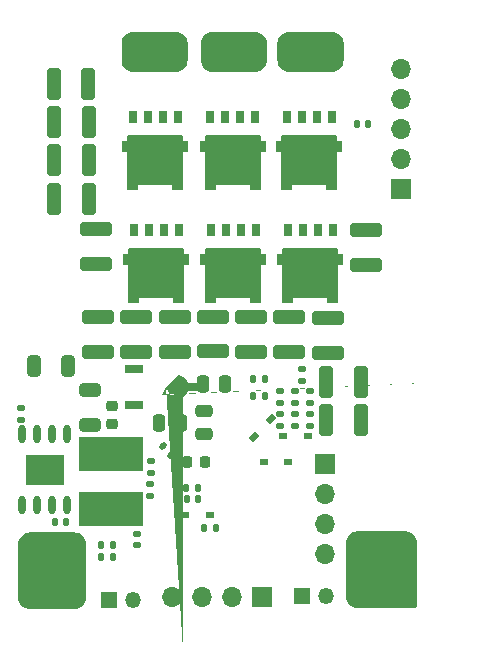
<source format=gts>
G04 #@! TF.GenerationSoftware,KiCad,Pcbnew,8.0.4*
G04 #@! TF.CreationDate,2024-09-18T18:28:33+10:00*
G04 #@! TF.ProjectId,ESC,4553432e-6b69-4636-9164-5f7063625858,rev?*
G04 #@! TF.SameCoordinates,Original*
G04 #@! TF.FileFunction,Soldermask,Top*
G04 #@! TF.FilePolarity,Negative*
%FSLAX46Y46*%
G04 Gerber Fmt 4.6, Leading zero omitted, Abs format (unit mm)*
G04 Created by KiCad (PCBNEW 8.0.4) date 2024-09-18 18:28:33*
%MOMM*%
%LPD*%
G01*
G04 APERTURE LIST*
G04 Aperture macros list*
%AMRoundRect*
0 Rectangle with rounded corners*
0 $1 Rounding radius*
0 $2 $3 $4 $5 $6 $7 $8 $9 X,Y pos of 4 corners*
0 Add a 4 corners polygon primitive as box body*
4,1,4,$2,$3,$4,$5,$6,$7,$8,$9,$2,$3,0*
0 Add four circle primitives for the rounded corners*
1,1,$1+$1,$2,$3*
1,1,$1+$1,$4,$5*
1,1,$1+$1,$6,$7*
1,1,$1+$1,$8,$9*
0 Add four rect primitives between the rounded corners*
20,1,$1+$1,$2,$3,$4,$5,0*
20,1,$1+$1,$4,$5,$6,$7,0*
20,1,$1+$1,$6,$7,$8,$9,0*
20,1,$1+$1,$8,$9,$2,$3,0*%
%AMRotRect*
0 Rectangle, with rotation*
0 The origin of the aperture is its center*
0 $1 length*
0 $2 width*
0 $3 Rotation angle, in degrees counterclockwise*
0 Add horizontal line*
21,1,$1,$2,0,0,$3*%
%AMFreePoly0*
4,1,37,-1.494645,2.535355,-1.480000,2.500000,-1.480000,2.080000,1.480000,2.080000,1.480000,2.500000,1.494645,2.535355,1.530000,2.550000,2.280000,2.550000,2.315355,2.535355,2.330000,2.500000,2.330000,-0.650000,2.750000,-0.650000,2.785355,-0.664645,2.800000,-0.700000,2.800000,-1.600000,2.785355,-1.635355,2.750000,-1.650000,2.330000,-1.650000,2.330000,-2.030000,2.315355,-2.065355,
2.280000,-2.080000,-2.280000,-2.080000,-2.315355,-2.065355,-2.330000,-2.030000,-2.330000,-1.650000,-2.760000,-1.650000,-2.795355,-1.635355,-2.810000,-1.600000,-2.810000,-0.700000,-2.795355,-0.664645,-2.760000,-0.650000,-2.330000,-0.650000,-2.330000,2.500000,-2.315355,2.535355,-2.280000,2.550000,-1.530000,2.550000,-1.494645,2.535355,-1.494645,2.535355,$1*%
%AMFreePoly1*
4,1,149,1.029806,0.999029,1.079806,0.989029,1.082127,0.988507,1.120971,0.978796,1.169806,0.969029,1.172127,0.968507,1.252127,0.948507,1.262361,0.944721,1.297451,0.927176,1.332127,0.918507,1.342361,0.914721,1.422361,0.874721,1.430000,0.870000,1.466394,0.842704,1.502361,0.824721,1.515355,0.815355,1.542840,0.787870,1.580000,0.760000,1.585355,0.755355,1.705355,0.635355,
1.710000,0.630000,1.737870,0.592840,1.765355,0.565355,1.774721,0.552361,1.834721,0.432361,1.838507,0.422127,1.849039,0.380000,3.510000,0.380000,3.545355,0.365355,3.560000,0.330000,3.560000,-0.330000,3.545355,-0.365355,3.510000,-0.380000,1.849039,-0.380000,1.838507,-0.422127,1.834721,-0.432361,1.774721,-0.552361,1.765355,-0.565355,1.737870,-0.592840,1.710000,-0.630000,
1.705355,-0.635355,1.647870,-0.692840,1.620000,-0.730000,1.607735,-0.741603,1.578884,-0.760837,1.542840,-0.787870,1.515355,-0.815355,1.502361,-0.824721,1.466394,-0.842704,1.430000,-0.870000,1.422361,-0.874721,1.342361,-0.914721,1.332127,-0.918507,1.297451,-0.927176,1.262361,-0.944721,1.252127,-0.948507,1.172127,-0.968507,1.169806,-0.969029,1.120971,-0.978796,1.082127,-0.988507,
1.079806,-0.989029,1.029806,-0.999029,1.020000,-1.000000,-1.010000,-1.000000,-1.022127,-0.998507,-1.060971,-0.988796,-1.109806,-0.979029,-1.112127,-0.978507,-1.190971,-0.958796,-1.239806,-0.949029,-1.252361,-0.944721,-1.287451,-0.927176,-1.322127,-0.918507,-1.332361,-0.914721,-1.412361,-0.874721,-1.420000,-0.870000,-1.458884,-0.840837,-1.487735,-0.821603,-1.490000,-0.820000,-1.530000,-0.790000,
-1.535355,-0.785355,-1.559617,-0.761093,-1.592361,-0.744721,-1.610000,-0.730000,-1.637870,-0.692840,-1.695355,-0.635355,-1.700000,-0.630000,-1.730000,-0.590000,-1.731603,-0.587735,-1.751603,-0.557735,-1.754721,-0.552361,-1.772704,-0.516394,-1.800000,-0.480000,-1.804721,-0.472361,-1.844721,-0.392361,-1.848507,-0.382127,-1.857176,-0.347451,-1.874721,-0.312361,-1.879029,-0.299806,-1.888796,-0.250971,
-1.908507,-0.172127,-1.910000,-0.160000,-1.910000,-0.116155,-1.918507,-0.082127,-1.920000,-0.070000,-1.920000,0.070000,-1.918507,0.082127,-1.910000,0.116155,-1.910000,0.150000,-1.909029,0.159806,-1.899029,0.209806,-1.898507,0.212127,-1.878507,0.292127,-1.876424,0.298570,-1.857683,0.345421,-1.848507,0.382127,-1.844721,0.392361,-1.804721,0.472361,-1.800000,0.480000,-1.772704,0.516394,
-1.754721,0.552361,-1.751603,0.557735,-1.731603,0.587735,-1.730000,0.590000,-1.700000,0.630000,-1.695355,0.635355,-1.605355,0.725355,-1.600000,0.730000,-1.562840,0.757870,-1.535355,0.785355,-1.530000,0.790000,-1.490000,0.820000,-1.487735,0.821603,-1.458884,0.840837,-1.420000,0.870000,-1.412361,0.874721,-1.332361,0.914721,-1.322127,0.918507,-1.287451,0.927176,-1.252361,0.944721,
-1.239806,0.949029,-1.190971,0.958796,-1.112127,0.978507,-1.109806,0.979029,-1.060971,0.988796,-1.022127,0.998507,-1.010000,1.000000,1.020000,1.000000,1.029806,0.999029,1.029806,0.999029,$1*%
G04 Aperture macros list end*
%ADD10R,1.700000X1.700000*%
%ADD11O,1.700000X1.700000*%
%ADD12R,0.750000X1.000000*%
%ADD13FreePoly0,180.000000*%
%ADD14RoundRect,0.135000X0.185000X-0.135000X0.185000X0.135000X-0.185000X0.135000X-0.185000X-0.135000X0*%
%ADD15R,5.500000X3.000000*%
%ADD16RoundRect,0.135000X-0.135000X-0.185000X0.135000X-0.185000X0.135000X0.185000X-0.135000X0.185000X0*%
%ADD17RoundRect,0.250000X-1.100000X0.325000X-1.100000X-0.325000X1.100000X-0.325000X1.100000X0.325000X0*%
%ADD18RoundRect,0.140000X-0.140000X-0.170000X0.140000X-0.170000X0.140000X0.170000X-0.140000X0.170000X0*%
%ADD19RoundRect,0.250000X-0.250000X-0.475000X0.250000X-0.475000X0.250000X0.475000X-0.250000X0.475000X0*%
%ADD20O,0.600000X1.600000*%
%ADD21R,3.200000X2.500000*%
%ADD22R,1.580000X0.670000*%
%ADD23FreePoly1,180.000000*%
%ADD24RoundRect,0.250000X-0.325000X-0.650000X0.325000X-0.650000X0.325000X0.650000X-0.325000X0.650000X0*%
%ADD25R,0.780000X0.500000*%
%ADD26RoundRect,0.140000X0.219203X0.021213X0.021213X0.219203X-0.219203X-0.021213X-0.021213X-0.219203X0*%
%ADD27RoundRect,0.250000X1.100000X-0.325000X1.100000X0.325000X-1.100000X0.325000X-1.100000X-0.325000X0*%
%ADD28RoundRect,0.225000X-0.225000X-0.250000X0.225000X-0.250000X0.225000X0.250000X-0.225000X0.250000X0*%
%ADD29RoundRect,0.250000X0.325000X1.100000X-0.325000X1.100000X-0.325000X-1.100000X0.325000X-1.100000X0*%
%ADD30RoundRect,0.135000X-0.185000X0.135000X-0.185000X-0.135000X0.185000X-0.135000X0.185000X0.135000X0*%
%ADD31RoundRect,0.250000X-0.325000X-1.100000X0.325000X-1.100000X0.325000X1.100000X-0.325000X1.100000X0*%
%ADD32RoundRect,0.225000X-0.250000X0.225000X-0.250000X-0.225000X0.250000X-0.225000X0.250000X0.225000X0*%
%ADD33RoundRect,0.250000X-0.650000X0.325000X-0.650000X-0.325000X0.650000X-0.325000X0.650000X0.325000X0*%
%ADD34R,1.350000X1.350000*%
%ADD35O,1.350000X1.350000*%
%ADD36RoundRect,0.140000X-0.170000X0.140000X-0.170000X-0.140000X0.170000X-0.140000X0.170000X0.140000X0*%
%ADD37RotRect,0.780000X0.500000X225.000000*%
%ADD38RoundRect,0.135000X0.135000X0.185000X-0.135000X0.185000X-0.135000X-0.185000X0.135000X-0.185000X0*%
%ADD39RoundRect,0.250000X-0.475000X0.250000X-0.475000X-0.250000X0.475000X-0.250000X0.475000X0.250000X0*%
G04 APERTURE END LIST*
D10*
X121750000Y-63170000D03*
D11*
X121750000Y-65710000D03*
X121750000Y-68250000D03*
X121750000Y-70790000D03*
D12*
X109335000Y-43380000D03*
X108065000Y-43380000D03*
X106805000Y-43380000D03*
X105535000Y-43380000D03*
D13*
X107435000Y-47000000D03*
D14*
X117925000Y-59959999D03*
X117925000Y-58940001D03*
D10*
X128125000Y-39900000D03*
D11*
X128125000Y-37360000D03*
X128125000Y-34820000D03*
X128125000Y-32280000D03*
X128125000Y-29740000D03*
D15*
X103600000Y-67030000D03*
X103600000Y-62370000D03*
D16*
X115630000Y-56025000D03*
X116650000Y-56025000D03*
D10*
X116390000Y-74500000D03*
D11*
X113850000Y-74500000D03*
X111310001Y-74500000D03*
X108770000Y-74500000D03*
D14*
X119175000Y-59969998D03*
X119175000Y-58950000D03*
D17*
X112270000Y-50720000D03*
X112270000Y-53670000D03*
D18*
X98840000Y-68100000D03*
X99800000Y-68100000D03*
D19*
X107675000Y-59750000D03*
X109575000Y-59750000D03*
D20*
X99894988Y-60700000D03*
X98624988Y-60700000D03*
X97354988Y-60700000D03*
X96084988Y-60700000D03*
X96084988Y-66700000D03*
X97354988Y-66700000D03*
X98624988Y-66700000D03*
X99894988Y-66700000D03*
D21*
X97994988Y-63700000D03*
D22*
X105540000Y-55200000D03*
D23*
X108260000Y-56700000D03*
D22*
X105540000Y-58200000D03*
D14*
X117925000Y-58050000D03*
X117925000Y-57030002D03*
D16*
X102780002Y-70100000D03*
X103800000Y-70100000D03*
D24*
X97049998Y-54900000D03*
X100000000Y-54900000D03*
D14*
X96000000Y-59519998D03*
X96000000Y-58500000D03*
D25*
X109900000Y-67500000D03*
X111980000Y-67500000D03*
D18*
X110040000Y-66175000D03*
X111000000Y-66175000D03*
D12*
X109275000Y-33860000D03*
X108005000Y-33860000D03*
X106745000Y-33860000D03*
X105475000Y-33860000D03*
D13*
X107375000Y-37480000D03*
D25*
X116525000Y-63025000D03*
X118605000Y-63025000D03*
D26*
X108675000Y-62400000D03*
X107996178Y-61721178D03*
D27*
X125200000Y-46350002D03*
X125200000Y-43400000D03*
D16*
X111500000Y-68600000D03*
X112520000Y-68600000D03*
D28*
X110025000Y-63000000D03*
X111575000Y-63000000D03*
D16*
X115605000Y-57450000D03*
X116625000Y-57450000D03*
D17*
X121975000Y-50824998D03*
X121975000Y-53775000D03*
X109000000Y-50749998D03*
X109000000Y-53700000D03*
D29*
X124750002Y-56300000D03*
X121800000Y-56300000D03*
D30*
X106950000Y-64890001D03*
X106950000Y-65909999D03*
D18*
X124440000Y-34400000D03*
X125400000Y-34400000D03*
D31*
X98775000Y-34225000D03*
X101725000Y-34225000D03*
X98775000Y-37500000D03*
X101725000Y-37500000D03*
D27*
X102300000Y-46250002D03*
X102300000Y-43300000D03*
D19*
X111400000Y-56400000D03*
X113300000Y-56400000D03*
D17*
X105725000Y-50749999D03*
X105725000Y-53700001D03*
D12*
X122315606Y-33860000D03*
X121045606Y-33860000D03*
X119785606Y-33860000D03*
X118515606Y-33860000D03*
D13*
X120415606Y-37480000D03*
D25*
X118185000Y-60800000D03*
X120265000Y-60800000D03*
D14*
X120425000Y-59969998D03*
X120425000Y-58950000D03*
D17*
X102500000Y-50749998D03*
X102500000Y-53700000D03*
D32*
X103680000Y-58290000D03*
X103680000Y-59840000D03*
D17*
X118700000Y-50775000D03*
X118700000Y-53725002D03*
D12*
X122375606Y-43380000D03*
X121105606Y-43380000D03*
X119845606Y-43380000D03*
X118575606Y-43380000D03*
D13*
X120475606Y-47000000D03*
D17*
X115480000Y-50740000D03*
X115480000Y-53690000D03*
D30*
X119750000Y-55130002D03*
X119750000Y-56150000D03*
D18*
X110000000Y-65200000D03*
X110960000Y-65200000D03*
D12*
X115875606Y-43380000D03*
X114605606Y-43380000D03*
X113345606Y-43380000D03*
X112075606Y-43380000D03*
D13*
X113975606Y-47000000D03*
D33*
X101800000Y-56975000D03*
X101800000Y-59925000D03*
D31*
X98800000Y-40750000D03*
X101750000Y-40750000D03*
D34*
X103475000Y-74750000D03*
D35*
X105475001Y-74750000D03*
D12*
X115815606Y-33860000D03*
X114545606Y-33860000D03*
X113285606Y-33860000D03*
X112015606Y-33860000D03*
D13*
X113915606Y-37480000D03*
D30*
X107000000Y-62980002D03*
X107000000Y-64000000D03*
D14*
X119175000Y-58069998D03*
X119175000Y-57050000D03*
D36*
X105800000Y-69120000D03*
X105800000Y-70080000D03*
D14*
X120425000Y-58060000D03*
X120425000Y-57040000D03*
D37*
X117170782Y-59429218D03*
X115700000Y-60900000D03*
D29*
X124750002Y-59500000D03*
X121800000Y-59500000D03*
D38*
X103800000Y-71100000D03*
X102780002Y-71100000D03*
D39*
X111525000Y-58750002D03*
X111525000Y-60650000D03*
D34*
X119775000Y-74350000D03*
D35*
X121775001Y-74350000D03*
D31*
X98750000Y-31000000D03*
X101700000Y-31000000D03*
G36*
X128506061Y-68900597D02*
G01*
X128682934Y-68918017D01*
X128706775Y-68922759D01*
X128870998Y-68972575D01*
X128893456Y-68981878D01*
X129044798Y-69062772D01*
X129065010Y-69076277D01*
X129197666Y-69185145D01*
X129214854Y-69202333D01*
X129323722Y-69334989D01*
X129337227Y-69355201D01*
X129418121Y-69506543D01*
X129427424Y-69529001D01*
X129477240Y-69693224D01*
X129481982Y-69717065D01*
X129499403Y-69893938D01*
X129500000Y-69906092D01*
X129500000Y-75231157D01*
X129498029Y-75253177D01*
X129493353Y-75279090D01*
X129477967Y-75320341D01*
X129471455Y-75331317D01*
X129439125Y-75367311D01*
X129433659Y-75371403D01*
X129385710Y-75393303D01*
X129367961Y-75397165D01*
X129341597Y-75400000D01*
X124506093Y-75400000D01*
X124493939Y-75399403D01*
X124317065Y-75381982D01*
X124293224Y-75377240D01*
X124129001Y-75327424D01*
X124106543Y-75318121D01*
X123955201Y-75237227D01*
X123934989Y-75223722D01*
X123802333Y-75114854D01*
X123785145Y-75097666D01*
X123676277Y-74965010D01*
X123662772Y-74944798D01*
X123581878Y-74793456D01*
X123572575Y-74770998D01*
X123522759Y-74606775D01*
X123518017Y-74582934D01*
X123500597Y-74406061D01*
X123500000Y-74393907D01*
X123500000Y-69906092D01*
X123500597Y-69893938D01*
X123518017Y-69717065D01*
X123522759Y-69693224D01*
X123572575Y-69529001D01*
X123581878Y-69506543D01*
X123662772Y-69355201D01*
X123676277Y-69334989D01*
X123785145Y-69202333D01*
X123802333Y-69185145D01*
X123934989Y-69076277D01*
X123955201Y-69062772D01*
X124106543Y-68981878D01*
X124129001Y-68972575D01*
X124293224Y-68922759D01*
X124317065Y-68918017D01*
X124493939Y-68900597D01*
X124506093Y-68900000D01*
X128493907Y-68900000D01*
X128506061Y-68900597D01*
G37*
G36*
X115806061Y-26600597D02*
G01*
X115982934Y-26618017D01*
X116006775Y-26622759D01*
X116170998Y-26672575D01*
X116193456Y-26681878D01*
X116344798Y-26762772D01*
X116365010Y-26776277D01*
X116497666Y-26885145D01*
X116514854Y-26902333D01*
X116623722Y-27034989D01*
X116637227Y-27055201D01*
X116718121Y-27206543D01*
X116727424Y-27229001D01*
X116777240Y-27393224D01*
X116781982Y-27417065D01*
X116799403Y-27593938D01*
X116800000Y-27606092D01*
X116800000Y-28993907D01*
X116799403Y-29006061D01*
X116781982Y-29182934D01*
X116777240Y-29206775D01*
X116727424Y-29370998D01*
X116718121Y-29393456D01*
X116637227Y-29544798D01*
X116623722Y-29565010D01*
X116514854Y-29697666D01*
X116497666Y-29714854D01*
X116365010Y-29823722D01*
X116344798Y-29837227D01*
X116193456Y-29918121D01*
X116170998Y-29927424D01*
X116006775Y-29977240D01*
X115982934Y-29981982D01*
X115806061Y-29999403D01*
X115793907Y-30000000D01*
X112206093Y-30000000D01*
X112193939Y-29999403D01*
X112017065Y-29981982D01*
X111993224Y-29977240D01*
X111829001Y-29927424D01*
X111806543Y-29918121D01*
X111655201Y-29837227D01*
X111634989Y-29823722D01*
X111502333Y-29714854D01*
X111485145Y-29697666D01*
X111376277Y-29565010D01*
X111362772Y-29544798D01*
X111281878Y-29393456D01*
X111272575Y-29370998D01*
X111222759Y-29206775D01*
X111218017Y-29182934D01*
X111200597Y-29006061D01*
X111200000Y-28993907D01*
X111200000Y-27606092D01*
X111200597Y-27593938D01*
X111218017Y-27417065D01*
X111222759Y-27393224D01*
X111272575Y-27229001D01*
X111281878Y-27206543D01*
X111362772Y-27055201D01*
X111376277Y-27034989D01*
X111485145Y-26902333D01*
X111502333Y-26885145D01*
X111634989Y-26776277D01*
X111655201Y-26762772D01*
X111806543Y-26681878D01*
X111829001Y-26672575D01*
X111993224Y-26622759D01*
X112017065Y-26618017D01*
X112193939Y-26600597D01*
X112206093Y-26600000D01*
X115793907Y-26600000D01*
X115806061Y-26600597D01*
G37*
G36*
X109106061Y-26600597D02*
G01*
X109282934Y-26618017D01*
X109306775Y-26622759D01*
X109470998Y-26672575D01*
X109493456Y-26681878D01*
X109644798Y-26762772D01*
X109665010Y-26776277D01*
X109797666Y-26885145D01*
X109814854Y-26902333D01*
X109923722Y-27034989D01*
X109937227Y-27055201D01*
X110018121Y-27206543D01*
X110027424Y-27229001D01*
X110077240Y-27393224D01*
X110081982Y-27417065D01*
X110099403Y-27593938D01*
X110100000Y-27606092D01*
X110100000Y-28993907D01*
X110099403Y-29006061D01*
X110081982Y-29182934D01*
X110077240Y-29206775D01*
X110027424Y-29370998D01*
X110018121Y-29393456D01*
X109937227Y-29544798D01*
X109923722Y-29565010D01*
X109814854Y-29697666D01*
X109797666Y-29714854D01*
X109665010Y-29823722D01*
X109644798Y-29837227D01*
X109493456Y-29918121D01*
X109470998Y-29927424D01*
X109306775Y-29977240D01*
X109282934Y-29981982D01*
X109106061Y-29999403D01*
X109093907Y-30000000D01*
X105506093Y-30000000D01*
X105493939Y-29999403D01*
X105317065Y-29981982D01*
X105293224Y-29977240D01*
X105129001Y-29927424D01*
X105106543Y-29918121D01*
X104955201Y-29837227D01*
X104934989Y-29823722D01*
X104802333Y-29714854D01*
X104785145Y-29697666D01*
X104676277Y-29565010D01*
X104662772Y-29544798D01*
X104581878Y-29393456D01*
X104572575Y-29370998D01*
X104522759Y-29206775D01*
X104518017Y-29182934D01*
X104500597Y-29006061D01*
X104500000Y-28993907D01*
X104500000Y-27606092D01*
X104500597Y-27593938D01*
X104518017Y-27417065D01*
X104522759Y-27393224D01*
X104572575Y-27229001D01*
X104581878Y-27206543D01*
X104662772Y-27055201D01*
X104676277Y-27034989D01*
X104785145Y-26902333D01*
X104802333Y-26885145D01*
X104934989Y-26776277D01*
X104955201Y-26762772D01*
X105106543Y-26681878D01*
X105129001Y-26672575D01*
X105293224Y-26622759D01*
X105317065Y-26618017D01*
X105493939Y-26600597D01*
X105506093Y-26600000D01*
X109093907Y-26600000D01*
X109106061Y-26600597D01*
G37*
G36*
X122306061Y-26600597D02*
G01*
X122482934Y-26618017D01*
X122506775Y-26622759D01*
X122670998Y-26672575D01*
X122693456Y-26681878D01*
X122844798Y-26762772D01*
X122865010Y-26776277D01*
X122997666Y-26885145D01*
X123014854Y-26902333D01*
X123123722Y-27034989D01*
X123137227Y-27055201D01*
X123218121Y-27206543D01*
X123227424Y-27229001D01*
X123277240Y-27393224D01*
X123281982Y-27417065D01*
X123299403Y-27593938D01*
X123300000Y-27606092D01*
X123300000Y-28993907D01*
X123299403Y-29006061D01*
X123281982Y-29182934D01*
X123277240Y-29206775D01*
X123227424Y-29370998D01*
X123218121Y-29393456D01*
X123137227Y-29544798D01*
X123123722Y-29565010D01*
X123014854Y-29697666D01*
X122997666Y-29714854D01*
X122865010Y-29823722D01*
X122844798Y-29837227D01*
X122693456Y-29918121D01*
X122670998Y-29927424D01*
X122506775Y-29977240D01*
X122482934Y-29981982D01*
X122306061Y-29999403D01*
X122293907Y-30000000D01*
X118706093Y-30000000D01*
X118693939Y-29999403D01*
X118517065Y-29981982D01*
X118493224Y-29977240D01*
X118329001Y-29927424D01*
X118306543Y-29918121D01*
X118155201Y-29837227D01*
X118134989Y-29823722D01*
X118002333Y-29714854D01*
X117985145Y-29697666D01*
X117876277Y-29565010D01*
X117862772Y-29544798D01*
X117781878Y-29393456D01*
X117772575Y-29370998D01*
X117722759Y-29206775D01*
X117718017Y-29182934D01*
X117700597Y-29006061D01*
X117700000Y-28993907D01*
X117700000Y-27606092D01*
X117700597Y-27593938D01*
X117718017Y-27417065D01*
X117722759Y-27393224D01*
X117772575Y-27229001D01*
X117781878Y-27206543D01*
X117862772Y-27055201D01*
X117876277Y-27034989D01*
X117985145Y-26902333D01*
X118002333Y-26885145D01*
X118134989Y-26776277D01*
X118155201Y-26762772D01*
X118306543Y-26681878D01*
X118329001Y-26672575D01*
X118493224Y-26622759D01*
X118517065Y-26618017D01*
X118693939Y-26600597D01*
X118706093Y-26600000D01*
X122293907Y-26600000D01*
X122306061Y-26600597D01*
G37*
G36*
X100506061Y-69000597D02*
G01*
X100682934Y-69018017D01*
X100706775Y-69022759D01*
X100870998Y-69072575D01*
X100893456Y-69081878D01*
X101044798Y-69162772D01*
X101065010Y-69176277D01*
X101197666Y-69285145D01*
X101214854Y-69302333D01*
X101323722Y-69434989D01*
X101337227Y-69455201D01*
X101418121Y-69606543D01*
X101427424Y-69629001D01*
X101477240Y-69793224D01*
X101481982Y-69817065D01*
X101499403Y-69993938D01*
X101500000Y-70006092D01*
X101500000Y-74493907D01*
X101499403Y-74506061D01*
X101481982Y-74682934D01*
X101477240Y-74706775D01*
X101427424Y-74870998D01*
X101418121Y-74893456D01*
X101337227Y-75044798D01*
X101323722Y-75065010D01*
X101214854Y-75197666D01*
X101197666Y-75214854D01*
X101065010Y-75323722D01*
X101044798Y-75337227D01*
X100893456Y-75418121D01*
X100870998Y-75427424D01*
X100706775Y-75477240D01*
X100682934Y-75481982D01*
X100506061Y-75499403D01*
X100493907Y-75500000D01*
X96756093Y-75500000D01*
X96743939Y-75499403D01*
X96567065Y-75481982D01*
X96543224Y-75477240D01*
X96379001Y-75427424D01*
X96356543Y-75418121D01*
X96205201Y-75337227D01*
X96184989Y-75323722D01*
X96052333Y-75214854D01*
X96035145Y-75197666D01*
X95926277Y-75065010D01*
X95912772Y-75044798D01*
X95831878Y-74893456D01*
X95822575Y-74870998D01*
X95772759Y-74706775D01*
X95768017Y-74682934D01*
X95750597Y-74506061D01*
X95750000Y-74493907D01*
X95750000Y-70006092D01*
X95750597Y-69993938D01*
X95768017Y-69817065D01*
X95772759Y-69793224D01*
X95822575Y-69629001D01*
X95831878Y-69606543D01*
X95912772Y-69455201D01*
X95926277Y-69434989D01*
X96035145Y-69302333D01*
X96052333Y-69285145D01*
X96184989Y-69176277D01*
X96205201Y-69162772D01*
X96356543Y-69081878D01*
X96379001Y-69072575D01*
X96543224Y-69022759D01*
X96567065Y-69018017D01*
X96743939Y-69000597D01*
X96756093Y-69000000D01*
X100493907Y-69000000D01*
X100506061Y-69000597D01*
G37*
M02*

</source>
